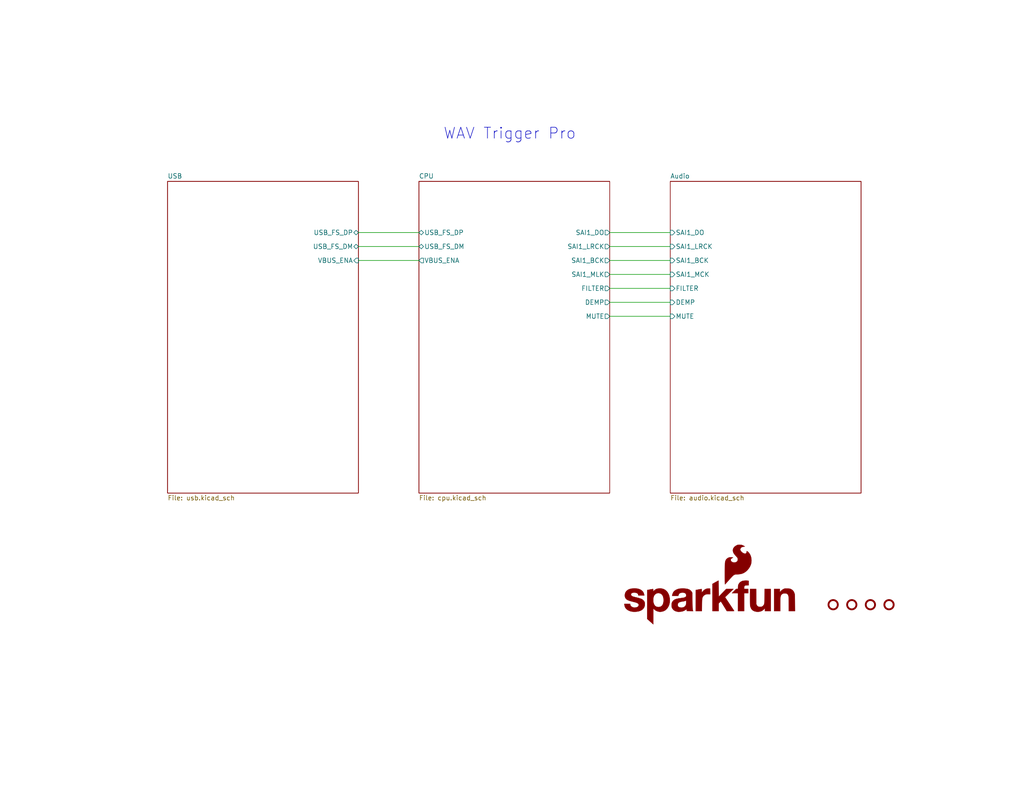
<source format=kicad_sch>
(kicad_sch (version 20231120) (generator "eeschema") (generator_version "8.0")
  (paper "USLetter")
  (title_block (title "WAV Trigger Pro") (rev "1.0") (company "Robertsonics / SparkFun"))
  (lib_symbols
    (symbol "SparkFun-Aesthetic:SparkFun_Logo" (pin_names (offset 1.016)) (on_board no)
      (symbol "SparkFun_Logo_0_0"
        (polyline (pts (xy 9.9914 -0.5653) (xy 9.9914 1.8864) (xy 10.5553 1.8864) (xy 11.1192 1.8864) (xy 11.1192 2.4503) (xy 11.1192 3.0142) (xy 10.5553 3.0142) (xy 9.9914 3.0142) (xy 9.9914 3.3011) (xy 9.999 3.509) (xy 10.0407 3.731) (xy 10.1295 3.8844) (xy 10.2773 3.9804) (xy 10.4962 4.0299) (xy 10.7981 4.0439) (xy 11.2173 4.0439) (xy 11.2173 4.653) (xy 11.2173 5.262) (xy 10.8896 5.2971) (xy 10.7452 5.3092) (xy 10.388 5.3153) (xy 10.0298 5.2927) (xy 9.7029 5.244) (xy 9.4397 5.1721) (xy 9.3709 5.145) (xy 9.0136 4.9495) (xy 8.7292 4.6889) (xy 8.5163 4.3618) (xy 8.4624 4.2481) (xy 8.4055 4.1021) (xy 8.3698 3.9546) (xy 8.3484 3.7733) (xy 8.3342 3.5261) (xy 8.3114 3.0142) (xy 8.0596 3.0142) (xy 7.8078 3.0142) (xy 7.2455 2.4503) (xy 6.6832 1.8864) (xy 7.5037 1.8864) (xy 8.3242 1.8864) (xy 8.3242 -0.5653) (xy 8.3242 -3.0171) (xy 9.1578 -3.0171) (xy 9.9914 -3.0171) (xy 9.9914 -0.5653)) (stroke (width 0.01)) (fill (type outline)))
        (polyline (pts (xy 3.0285 -1.9736) (xy 3.0285 -0.93) (xy 3.3226 -0.639) (xy 3.3737 -0.5887) (xy 3.5033 -0.4676) (xy 3.5873 -0.4056) (xy 3.6418 -0.393) (xy 3.6831 -0.4199) (xy 3.6918 -0.4308) (xy 3.7489 -0.5154) (xy 3.8477 -0.669) (xy 3.9812 -0.8807) (xy 4.1424 -1.1396) (xy 4.3246 -1.4345) (xy 4.5208 -1.7544) (xy 5.292 -3.0171) (xy 6.295 -3.0171) (xy 6.4198 -3.017) (xy 6.7265 -3.0161) (xy 6.9509 -3.0132) (xy 7.1048 -3.0072) (xy 7.2 -2.997) (xy 7.2483 -2.9817) (xy 7.2616 -2.9601) (xy 7.2515 -2.9313) (xy 7.2311 -2.8984) (xy 7.1599 -2.7882) (xy 7.0441 -2.6113) (xy 6.8895 -2.3764) (xy 6.7017 -2.0922) (xy 6.4867 -1.7675) (xy 6.25 -1.4109) (xy 5.9975 -1.0312) (xy 4.7901 0.7831) (xy 5.932 1.8979) (xy 7.0739 3.0127) (xy 6.0855 3.0134) (xy 5.0972 3.0142) (xy 4.0751 1.955) (xy 3.053 0.8957) (xy 3.0285 3.1064) (xy 3.004 5.3171) (xy 2.1826 4.8682) (xy 1.3613 4.4193) (xy 1.3613 0.7011) (xy 1.3613 -3.0171) (xy 2.1949 -3.0171) (xy 3.0285 -3.0171) (xy 3.0285 -1.9736)) (stroke (width 0.01)) (fill (type outline)))
        (polyline (pts (xy -1.5198 -1.3622) (xy -1.5182 -1.2352) (xy -1.5112 -0.7678) (xy -1.5025 -0.3843) (xy -1.4904 -0.0733) (xy -1.4732 0.1768) (xy -1.4494 0.3772) (xy -1.4172 0.5396) (xy -1.375 0.6752) (xy -1.3211 0.7955) (xy -1.2539 0.9119) (xy -1.1717 1.036) (xy -1.0547 1.1824) (xy -0.8955 1.3165) (xy -0.6745 1.4451) (xy -0.5927 1.4867) (xy -0.4596 1.5485) (xy -0.3431 1.5863) (xy -0.2146 1.6056) (xy -0.0455 1.6119) (xy 0.1931 1.6107) (xy 0.7263 1.6046) (xy 0.7128 2.3707) (xy 0.6993 3.1368) (xy 0.258 3.1358) (xy 0.1788 3.1353) (xy -0.0281 3.1275) (xy -0.1864 3.1044) (xy -0.3338 3.0584) (xy -0.5081 2.9819) (xy -0.7617 2.8436) (xy -1.1205 2.5619) (xy -1.4156 2.2065) (xy -1.5808 1.9613) (xy -1.5808 2.4877) (xy -1.5837 2.7273) (xy -1.594 2.8937) (xy -1.613 2.9844) (xy -1.6421 3.0108) (xy -1.6647 3.0081) (xy -1.7733 2.9909) (xy -1.9508 2.9606) (xy -2.1788 2.9206) (xy -2.4389 2.8738) (xy -3.1744 2.7402) (xy -3.1871 -0.1384) (xy -3.1997 -3.0171) (xy -2.3702 -3.0171) (xy -1.5406 -3.0171) (xy -1.5198 -1.3622)) (stroke (width 0.01)) (fill (type outline)))
        (polyline (pts (xy 13.9921 -3.186) (xy 14.4456 -3.1021) (xy 14.8558 -2.9391) (xy 15.2144 -2.6998) (xy 15.5131 -2.3873) (xy 15.6795 -2.1694) (xy 15.6795 -2.5932) (xy 15.6795 -3.0171) (xy 16.464 -3.0171) (xy 17.2486 -3.0171) (xy 17.2486 -0.0014) (xy 17.2486 3.0142) (xy 16.4175 3.0142) (xy 15.5865 3.0142) (xy 15.5717 1.0405) (xy 15.5686 0.6438) (xy 15.5649 0.2221) (xy 15.5608 -0.1196) (xy 15.5557 -0.3912) (xy 15.549 -0.603) (xy 15.5402 -0.7648) (xy 15.5287 -0.8869) (xy 15.5139 -0.9792) (xy 15.4953 -1.0518) (xy 15.4722 -1.1148) (xy 15.444 -1.1783) (xy 15.4265 -1.2152) (xy 15.2618 -1.4792) (xy 15.064 -1.6799) (xy 14.8494 -1.7997) (xy 14.726 -1.8277) (xy 14.535 -1.8504) (xy 14.331 -1.859) (xy 14.2565 -1.8579) (xy 13.9642 -1.8238) (xy 13.7401 -1.7353) (xy 13.5681 -1.5834) (xy 13.432 -1.359) (xy 13.3013 -1.0802) (xy 13.287 0.967) (xy 13.2727 3.0142) (xy 12.4411 3.0142) (xy 11.6096 3.0142) (xy 11.6096 0.8155) (xy 11.6097 0.4433) (xy 11.6104 -0.0222) (xy 11.6121 -0.4066) (xy 11.6153 -0.7199) (xy 11.6202 -0.9724) (xy 11.6272 -1.1739) (xy 11.6369 -1.3347) (xy 11.6495 -1.4647) (xy 11.6654 -1.574) (xy 11.685 -1.6727) (xy 11.7087 -1.7709) (xy 11.774 -1.9887) (xy 11.9475 -2.3651) (xy 12.1824 -2.6672) (xy 12.4826 -2.8987) (xy 12.8524 -3.0632) (xy 13.2957 -3.1642) (xy 13.5037 -3.1878) (xy 13.9921 -3.186)) (stroke (width 0.01)) (fill (type outline)))
        (polyline (pts (xy 19.8483 -1.2396) (xy 19.8497 -0.7013) (xy 19.8543 -0.2443) (xy 19.8631 0.1343) (xy 19.8771 0.4443) (xy 19.8974 0.6956) (xy 19.9249 0.8981) (xy 19.9609 1.0616) (xy 20.0061 1.1959) (xy 20.0619 1.3111) (xy 20.1291 1.4168) (xy 20.2698 1.5808) (xy 20.4853 1.7277) (xy 20.7548 1.8108) (xy 21.0932 1.8366) (xy 21.1724 1.8354) (xy 21.4656 1.8048) (xy 21.6886 1.7269) (xy 21.8578 1.5933) (xy 21.9898 1.3961) (xy 22.0074 1.3602) (xy 22.0553 1.2415) (xy 22.0947 1.1012) (xy 22.1265 0.9297) (xy 22.1515 0.7175) (xy 22.1704 0.455) (xy 22.1839 0.1327) (xy 22.1927 -0.2589) (xy 22.1977 -0.7295) (xy 22.1996 -1.2886) (xy 22.2011 -3.0171) (xy 23.0386 -3.0171) (xy 23.8761 -3.0171) (xy 23.8549 -0.7983) (xy 23.8517 -0.4811) (xy 23.846 0.0106) (xy 23.8398 0.4192) (xy 23.8327 0.7539) (xy 23.8243 1.0245) (xy 23.8144 1.2403) (xy 23.8023 1.4109) (xy 23.7879 1.5457) (xy 23.7706 1.6543) (xy 23.7501 1.7461) (xy 23.7159 1.8664) (xy 23.5455 2.2638) (xy 23.3056 2.5945) (xy 22.9993 2.8549) (xy 22.6296 3.0415) (xy 22.5374 3.0722) (xy 22.3978 3.104) (xy 22.2281 3.1238) (xy 22.0058 3.1339) (xy 21.7082 3.1368) (xy 21.0437 3.1368) (xy 20.6693 2.9517) (xy 20.4981 2.8602) (xy 20.2503 2.6876) (xy 20.0221 2.4653) (xy 19.7493 2.1639) (xy 19.7493 2.589) (xy 19.7493 3.0142) (xy 18.9648 3.0142) (xy 18.1802 3.0142) (xy 18.1802 -0.0014) (xy 18.1802 -3.0171) (xy 19.0138 -3.0171) (xy 19.8474 -3.0171) (xy 19.8483 -1.2396)) (stroke (width 0.01)) (fill (type outline)))
        (polyline (pts (xy -14.7829 -4.45) (xy -14.7701 -2.2868) (xy -14.5421 -2.5306) (xy -14.2686 -2.7662) (xy -13.9128 -2.9703) (xy -13.5177 -3.1151) (xy -13.1088 -3.1913) (xy -12.7117 -3.1896) (xy -12.272 -3.1138) (xy -11.8863 -2.9853) (xy -11.5457 -2.7957) (xy -11.2282 -2.5354) (xy -10.9498 -2.225) (xy -10.6723 -1.7879) (xy -10.4661 -1.2958) (xy -10.3343 -0.7586) (xy -10.2799 -0.1862) (xy -10.3059 0.4117) (xy -10.3156 0.493) (xy -10.4273 1.0719) (xy -10.605 1.5894) (xy -10.8457 2.0415) (xy -11.1462 2.4241) (xy -11.5035 2.733) (xy -11.9143 2.9642) (xy -12.3756 3.1135) (xy -12.5683 3.1416) (xy -12.8467 3.1563) (xy -13.1616 3.152) (xy -13.1827 3.151) (xy -13.44 3.1342) (xy -13.6333 3.1073) (xy -13.7946 3.0643) (xy -13.9556 2.999) (xy -14.1871 2.8794) (xy -14.4594 2.6829) (xy -14.6853 2.4373) (xy -14.8202 2.2612) (xy -14.8202 2.6377) (xy -14.8203 2.6806) (xy -14.8278 2.8727) (xy -14.8476 2.9796) (xy -14.8815 3.0118) (xy -14.9041 3.0092) (xy -15.0128 2.9922) (xy -15.1903 2.9619) (xy -15.4182 2.9216) (xy -15.6783 2.8744) (xy -16.4138 2.7393) (xy -16.4227 -0.0792) (xy -14.8105 -0.0792) (xy -14.799 0.2714) (xy -14.7619 0.6055) (xy -14.7012 0.8834) (xy -14.5782 1.1846) (xy -14.3747 1.4798) (xy -14.1177 1.7043) (xy -13.8177 1.8514) (xy -13.4851 1.9145) (xy -13.1303 1.8868) (xy -13.0408 1.8654) (xy -12.7147 1.7291) (xy -12.4456 1.5148) (xy -12.2349 1.2248) (xy -12.084 0.8616) (xy -11.9944 0.4275) (xy -11.9674 -0.075) (xy -11.9935 -0.4965) (xy -12.0806 -0.9254) (xy -12.2284 -1.2792) (xy -12.4363 -1.557) (xy -12.7039 -1.7577) (xy -12.9288 -1.8546) (xy -13.2736 -1.9221) (xy -13.6237 -1.9064) (xy -13.9575 -1.8093) (xy -14.2535 -1.6324) (xy -14.3081 -1.5827) (xy -14.4565 -1.3893) (xy -14.5924 -1.1341) (xy -14.7032 -0.8434) (xy -14.7761 -0.5438) (xy -14.7943 -0.4069) (xy -14.8105 -0.0792) (xy -16.4227 -0.0792) (xy -16.4263 -1.2075) (xy -16.4389 -5.1544) (xy -15.6173 -5.8838) (xy -14.7956 -6.6131) (xy -14.7829 -4.45)) (stroke (width 0.01)) (fill (type outline)))
        (polyline (pts (xy -19.6402 -3.1843) (xy -19.3172 -3.1597) (xy -18.7711 -3.0643) (xy -18.2964 -2.9048) (xy -17.8946 -2.6818) (xy -17.567 -2.3958) (xy -17.3675 -2.142) (xy -17.2189 -1.8506) (xy -17.1343 -1.521) (xy -17.105 -1.1292) (xy -17.1052 -1.0366) (xy -17.1317 -0.7233) (xy -17.2071 -0.468) (xy -17.3423 -0.2443) (xy -17.5477 -0.0256) (xy -17.618 0.0365) (xy -17.7503 0.1378) (xy -17.8999 0.229) (xy -18.0779 0.3144) (xy -18.2957 0.3981) (xy -18.5646 0.4843) (xy -18.8958 0.5771) (xy -19.3006 0.6807) (xy -19.7904 0.7991) (xy -19.9273 0.8327) (xy -20.2521 0.9247) (xy -20.4949 1.0176) (xy -20.6676 1.1178) (xy -20.7818 1.2315) (xy -20.8493 1.365) (xy -20.862 1.4064) (xy -20.8787 1.5507) (xy -20.8354 1.7021) (xy -20.8083 1.7581) (xy -20.6962 1.8905) (xy -20.5265 1.979) (xy -20.2871 2.0282) (xy -19.9662 2.0428) (xy -19.6625 2.0255) (xy -19.3529 1.9561) (xy -19.12 1.8317) (xy -18.9596 1.6499) (xy -18.8677 1.4083) (xy -18.8332 1.2489) (xy -18.0459 1.2489) (xy -17.2586 1.2489) (xy -17.2896 1.4754) (xy -17.3763 1.8273) (xy -17.5546 2.183) (xy -17.8121 2.4941) (xy -18.1416 2.7539) (xy -18.536 2.9554) (xy -18.9881 3.0919) (xy -19.0353 3.1011) (xy -19.2998 3.1342) (xy -19.6236 3.1533) (xy -19.9756 3.1584) (xy -20.325 3.1494) (xy -20.6407 3.1265) (xy -20.8917 3.0896) (xy -21.1038 3.0379) (xy -21.5427 2.874) (xy -21.9053 2.6496) (xy -22.1908 2.365) (xy -22.3989 2.0205) (xy -22.4454 1.9041) (xy -22.525 1.5815) (xy -22.5494 1.2442) (xy -22.5178 0.9237) (xy -22.4296 0.6514) (xy -22.3384 0.4882) (xy -22.2183 0.3298) (xy -22.0684 0.1896) (xy -21.8792 0.0629) (xy -21.641 -0.0549) (xy -21.3442 -0.1685) (xy -20.9794 -0.2827) (xy -20.5367 -0.4021) (xy -20.0067 -0.5314) (xy -19.981 -0.5375) (xy -19.5634 -0.651) (xy -19.2384 -0.7717) (xy -19.001 -0.9033) (xy -18.8462 -1.0491) (xy -18.7688 -1.2128) (xy -18.7638 -1.3978) (xy -18.825 -1.5953) (xy -18.974 -1.7921) (xy -19.1985 -1.938) (xy -19.4915 -2.0288) (xy -19.8462 -2.0603) (xy -20.0416 -2.0565) (xy -20.2111 -2.0368) (xy -20.3609 -1.9922) (xy -20.5327 -1.9137) (xy -20.5817 -1.8883) (xy -20.8322 -1.7125) (xy -20.9959 -1.5001) (xy -21.0791 -1.2434) (xy -21.1091 -1.0557) (xy -21.8942 -1.0557) (xy -22.6793 -1.0557) (xy -22.6529 -1.347) (xy -22.5797 -1.7138) (xy -22.4167 -2.0751) (xy -22.1719 -2.3943) (xy -21.8507 -2.6671) (xy -21.4587 -2.8888) (xy -21.0012 -3.0548) (xy -20.4837 -3.1606) (xy -20.4058 -3.1694) (xy -20.1707 -3.1842) (xy -19.9008 -3.1896) (xy -19.6402 -3.1843)) (stroke (width 0.01)) (fill (type outline)))
        (polyline (pts (xy -7.6032 -3.1846) (xy -7.3276 -3.1615) (xy -7.0683 -3.1278) (xy -6.8588 -3.086) (xy -6.8292 -3.0782) (xy -6.3542 -2.899) (xy -5.9204 -2.6324) (xy -5.7242 -2.4845) (xy -5.6752 -2.7385) (xy -5.6261 -2.9926) (xy -4.7766 -3.006) (xy -3.9271 -3.0194) (xy -3.9629 -2.9079) (xy -3.9642 -2.9036) (xy -4.0031 -2.7753) (xy -4.0462 -2.6248) (xy -4.0538 -2.573) (xy -4.0648 -2.4246) (xy -4.0761 -2.1969) (xy -4.0874 -1.9006) (xy -4.0982 -1.5466) (xy -4.1082 -1.1457) (xy -4.1171 -0.7088) (xy -4.1245 -0.2466) (xy -4.1551 1.96) (xy -4.2997 2.221) (xy -4.3959 2.3729) (xy -4.6352 2.632) (xy -4.9426 2.8374) (xy -5.3218 2.9907) (xy -5.7764 3.0929) (xy -6.3098 3.1454) (xy -6.9256 3.1494) (xy -7.0734 3.1445) (xy -7.3522 3.1317) (xy -7.5683 3.1136) (xy -7.7461 3.0872) (xy -7.9104 3.0491) (xy -8.0856 2.9961) (xy -8.1289 2.9815) (xy -8.4559 2.846) (xy -8.7606 2.6772) (xy -9.018 2.4908) (xy -9.2032 2.3021) (xy -9.2616 2.2196) (xy -9.4127 1.9499) (xy -9.5321 1.656) (xy -9.6 1.3838) (xy -9.6336 1.1509) (xy -8.8003 1.1509) (xy -7.9669 1.1509) (xy -7.9124 1.3674) (xy -7.828 1.5933) (xy -7.6734 1.795) (xy -7.4525 1.9346) (xy -7.1597 2.0154) (xy -6.7894 2.0408) (xy -6.7511 2.0405) (xy -6.4153 2.0105) (xy -6.1593 1.9293) (xy -5.977 1.7925) (xy -5.8622 1.5957) (xy -5.809 1.3345) (xy -5.8043 1.2707) (xy -5.8062 1.1276) (xy -5.8408 1.0236) (xy -5.9194 0.9158) (xy -5.9754 0.8572) (xy -6.0737 0.7854) (xy -6.2048 0.7246) (xy -6.3819 0.6709) (xy -6.6177 0.6208) (xy -6.9254 0.5704) (xy -7.3178 0.5162) (xy -7.3686 0.5095) (xy -7.8463 0.4393) (xy -8.2399 0.3652) (xy -8.5624 0.2824) (xy -8.8264 0.1865) (xy -9.0448 0.0728) (xy -9.2304 -0.0632) (xy -9.396 -0.226) (xy -9.4095 -0.2411) (xy -9.5903 -0.4853) (xy -9.709 -0.7478) (xy -9.7734 -1.0525) (xy -9.7822 -1.2331) (xy -8.131 -1.2331) (xy -8.0731 -0.9921) (xy -7.9457 -0.7826) (xy -7.9028 -0.7387) (xy -7.7303 -0.62) (xy -7.4874 -0.521) (xy -7.1649 -0.4385) (xy -6.7539 -0.3694) (xy -6.6921 -0.3603) (xy -6.4549 -0.3174) (xy -6.233 -0.2663) (xy -6.0675 -0.2162) (xy -5.9709 -0.1805) (xy -5.8562 -0.1399) (xy -5.8039 -0.1241) (xy -5.7987 -0.1613) (xy -5.7973 -0.2784) (xy -5.8003 -0.4564) (xy -5.8076 -0.6757) (xy -5.8086 -0.7017) (xy -5.8242 -0.9677) (xy -5.8473 -1.1611) (xy -5.8819 -1.3052) (xy -5.9318 -1.4234) (xy -6.0091 -1.553) (xy -6.2295 -1.7973) (xy -6.5031 -1.9636) (xy -6.6487 -2.0127) (xy -6.9284 -2.0605) (xy -7.2235 -2.0647) (xy -7.5071 -2.0275) (xy -7.7525 -1.9513) (xy -7.9327 -1.8384) (xy -8.0397 -1.7009) (xy -8.1198 -1.4784) (xy -8.131 -1.2331) (xy -9.7822 -1.2331) (xy -9.7915 -1.4234) (xy -9.7864 -1.6358) (xy -9.7676 -1.8215) (xy -9.729 -1.9764) (xy -9.6639 -2.1367) (xy -9.5263 -2.3871) (xy -9.2792 -2.6826) (xy -8.967 -2.9114) (xy -8.5845 -3.0768) (xy -8.1269 -3.1821) (xy -8.0697 -3.1887) (xy -7.8617 -3.1945) (xy -7.6032 -3.1846)) (stroke (width 0.01)) (fill (type outline)))
        (polyline (pts (xy 4.7918 4.2981) (xy 4.8444 4.3454) (xy 4.9455 4.4513) (xy 5.0814 4.6009) (xy 5.2382 4.7794) (xy 5.2813 4.8292) (xy 5.5582 5.1455) (xy 5.8372 5.4593) (xy 6.1089 5.7602) (xy 6.3639 6.0382) (xy 6.5927 6.2828) (xy 6.7858 6.484) (xy 6.9337 6.6313) (xy 7.0271 6.7147) (xy 7.1826 6.8248) (xy 7.3748 6.9278) (xy 7.5803 6.9916) (xy 7.8269 7.0243) (xy 8.1424 7.034) (xy 8.2934 7.0362) (xy 8.8867 7.0885) (xy 9.4216 7.2133) (xy 9.9085 7.4146) (xy 10.3578 7.6964) (xy 10.7799 8.0628) (xy 10.8479 8.1317) (xy 11.2608 8.6166) (xy 11.5827 9.1273) (xy 11.8183 9.671) (xy 11.8707 9.8389) (xy 11.9714 10.3468) (xy 11.9976 10.872) (xy 11.9519 11.3957) (xy 11.8367 11.8994) (xy 11.6545 12.3644) (xy 11.4078 12.7721) (xy 11.4061 12.7743) (xy 11.2693 12.9384) (xy 11.1136 13.0967) (xy 10.9591 13.2315) (xy 10.826 13.3253) (xy 10.7344 13.3605) (xy 10.7214 13.3561) (xy 10.6896 13.285) (xy 10.6779 13.1426) (xy 10.6624 12.9877) (xy 10.5825 12.8045) (xy 10.4404 12.6916) (xy 10.2426 12.6562) (xy 10.2289 12.6567) (xy 9.9845 12.7081) (xy 9.7233 12.8285) (xy 9.468 13.0002) (xy 9.2412 13.2058) (xy 9.0655 13.4277) (xy 8.9634 13.6484) (xy 8.9353 13.791) (xy 8.9467 13.9149) (xy 9.0044 14.0685) (xy 9.0928 14.2252) (xy 9.2766 14.4052) (xy 9.5268 14.5206) (xy 9.8503 14.5754) (xy 10.1994 14.6004) (xy 9.9404 14.7637) (xy 9.7214 14.8901) (xy 9.4231 15.0142) (xy 9.1088 15.0809) (xy 8.741 15.101) (xy 8.6529 15.1007) (xy 8.45 15.0933) (xy 8.2952 15.0706) (xy 8.1512 15.0251) (xy 7.981 14.9494) (xy 7.7095 14.8008) (xy 7.3844 14.5515) (xy 7.1447 14.2683) (xy 6.9929 13.9568) (xy 6.9316 13.6227) (xy 6.9631 13.2719) (xy 7.0901 12.9099) (xy 7.2107 12.6979) (xy 7.4103 12.428) (xy 7.6837 12.1187) (xy 7.6936 12.1082) (xy 7.8666 11.9183) (xy 8.0201 11.7396) (xy 8.1377 11.5917) (xy 8.2032 11.4943) (xy 8.2349 11.4228) (xy 8.2851 11.1797) (xy 8.2672 10.9259) (xy 8.1864 10.6923) (xy 8.0473 10.5101) (xy 7.9616 10.4423) (xy 7.6879 10.3009) (xy 7.3884 10.2367) (xy 7.0847 10.2498) (xy 6.7982 10.3401) (xy 6.5504 10.5078) (xy 6.4899 10.5691) (xy 6.3589 10.77) (xy 6.3233 10.9714) (xy 6.3817 11.1663) (xy 6.5323 11.3474) (xy 6.7736 11.5076) (xy 6.9758 11.6118) (xy 6.8042 11.6573) (xy 6.78 11.6632) (xy 6.523 11.692) (xy 6.2258 11.6783) (xy 5.9298 11.6264) (xy 5.6761 11.5406) (xy 5.5471 11.4743) (xy 5.2575 11.259) (xy 5.0377 10.981) (xy 4.8846 10.6352) (xy 4.7948 10.2168) (xy 4.7892 10.1539) (xy 4.7806 9.9807) (xy 4.7727 9.7262) (xy 4.7655 9.4006) (xy 4.7592 9.0144) (xy 4.754 8.5777) (xy 4.75 8.1008) (xy 4.7473 7.5941) (xy 4.7462 7.0677) (xy 4.7462 6.9275) (xy 4.747 6.3537) (xy 4.7493 5.8387) (xy 4.7531 5.3881) (xy 4.7582 5.0075) (xy 4.7645 4.7025) (xy 4.7719 4.4787) (xy 4.7805 4.3418) (xy 4.79 4.2973) (xy 4.7918 4.2981)) (stroke (width 0.01)) (fill (type outline)))
      )
    )
    (symbol "SparkFun-Hardware:Standoff"
      (symbol "Standoff_1_1"
        (circle (center 0 0) (radius 1.27) (stroke (width 0.508)))
      )
    )
  )
  (wire (pts (xy 166.37 78.74) (xy 182.88 78.74)))
  (wire (pts (xy 97.79 67.31) (xy 114.3 67.31)))
  (wire (pts (xy 166.37 67.31) (xy 182.88 67.31)))
  (wire (pts (xy 97.79 71.12) (xy 114.3 71.12)))
  (wire (pts (xy 166.37 63.5) (xy 182.88 63.5)))
  (wire (pts (xy 97.79 63.5) (xy 114.3 63.5)))
  (wire (pts (xy 166.37 71.12) (xy 182.88 71.12)))
  (wire (pts (xy 166.37 82.55) (xy 182.88 82.55)))
  (wire (pts (xy 166.37 86.36) (xy 182.88 86.36)))
  (wire (pts (xy 166.37 74.93) (xy 182.88 74.93)))
  (text "WAV Trigger Pro" (at 120.904 38.354 0) (effects (font (size 3 3)) (justify left bottom)))
  (symbol (lib_id "SparkFun-Aesthetic:SparkFun_Logo") (at 193.04 163.83 0) (unit 1) (on_board no)
    (property "Reference" "G1" (effects (hide yes)))
    (property "Value" "SparkFun_Logo" (effects (hide yes)))
  )
  (symbol (lib_id "SparkFun-Hardware:Standoff") (at 232.41 165.1 0) (unit 1)
    (property "Reference" "ST2" (effects (hide yes)))
    (property "Value" "Standoff" (effects (hide yes)))
    (property "Footprint" "SparkFun-Hardware:Standoff" (effects (hide yes)))
    (property "Description" "Drill holes for mechanically mounting via screws, standoffs, etc." (effects (hide yes)))
  )
  (symbol (lib_id "SparkFun-Hardware:Standoff") (at 237.49 165.1 0) (unit 1)
    (property "Reference" "ST3" (effects (hide yes)))
    (property "Value" "Standoff" (effects (hide yes)))
    (property "Footprint" "SparkFun-Hardware:Standoff" (effects (hide yes)))
    (property "Description" "Drill holes for mechanically mounting via screws, standoffs, etc." (effects (hide yes)))
  )
  (symbol (lib_id "SparkFun-Hardware:Standoff") (at 227.33 165.1 0) (unit 1)
    (property "Reference" "ST1" (effects (hide yes)))
    (property "Value" "Standoff" (effects (hide yes)))
    (property "Footprint" "SparkFun-Hardware:Standoff" (effects (hide yes)))
    (property "Description" "Drill holes for mechanically mounting via screws, standoffs, etc." (effects (hide yes)))
  )
  (symbol (lib_id "SparkFun-Hardware:Standoff") (at 242.57 165.1 0) (unit 1)
    (property "Reference" "ST4" (effects (hide yes)))
    (property "Value" "Standoff" (effects (hide yes)))
    (property "Footprint" "SparkFun-Hardware:Standoff" (effects (hide yes)))
    (property "Description" "Drill holes for mechanically mounting via screws, standoffs, etc." (effects (hide yes)))
  )
  (sheet (at 114.3 49.53) (size 52.07 85.09) (stroke (width 0.1524))
    (property "Sheetname" "CPU" (at 114.3 48.8184 0) (effects (justify left bottom)))
    (property "Sheetfile" "cpu.kicad_sch" (at 114.3 135.2046 0) (effects (justify left top)))
    (pin "SAI1_DO" output (at 166.37 63.5 0))
    (pin "SAI1_LRCK" output (at 166.37 67.31 0))
    (pin "SAI1_BCK" output (at 166.37 71.12 0))
    (pin "SAI1_MLK" output (at 166.37 74.93 0))
    (pin "USB_FS_DM" bidirectional (at 114.3 67.31 180))
    (pin "VBUS_ENA" output (at 114.3 71.12 180))
    (pin "USB_FS_DP" bidirectional (at 114.3 63.5 180))
    (pin "FILTER" output (at 166.37 78.74 0))
    (pin "DEMP" output (at 166.37 82.55 0))
    (pin "MUTE" output (at 166.37 86.36 0))
  )
  (sheet (at 45.72 49.53) (size 52.07 85.09) (stroke (width 0.1524))
    (property "Sheetname" "USB" (at 45.72 48.8184 0) (effects (justify left bottom)))
    (property "Sheetfile" "usb.kicad_sch" (at 45.72 135.2046 0) (effects (justify left top)))
    (pin "VBUS_ENA" input (at 97.79 71.12 0))
    (pin "USB_FS_DM" bidirectional (at 97.79 67.31 0))
    (pin "USB_FS_DP" bidirectional (at 97.79 63.5 0))
  )
  (sheet (at 182.88 49.53) (size 52.07 85.09) (stroke (width 0.1524))
    (property "Sheetname" "Audio" (at 182.88 48.8184 0) (effects (justify left bottom)))
    (property "Sheetfile" "audio.kicad_sch" (at 182.88 135.2046 0) (effects (justify left top)))
    (pin "SAI1_LRCK" input (at 182.88 67.31 180))
    (pin "SAI1_DO" input (at 182.88 63.5 180))
    (pin "SAI1_BCK" input (at 182.88 71.12 180))
    (pin "SAI1_MCK" input (at 182.88 74.93 180))
    (pin "MUTE" input (at 182.88 86.36 180))
    (pin "FILTER" input (at 182.88 78.74 180))
    (pin "DEMP" input (at 182.88 82.55 180))
  )
)
</source>
